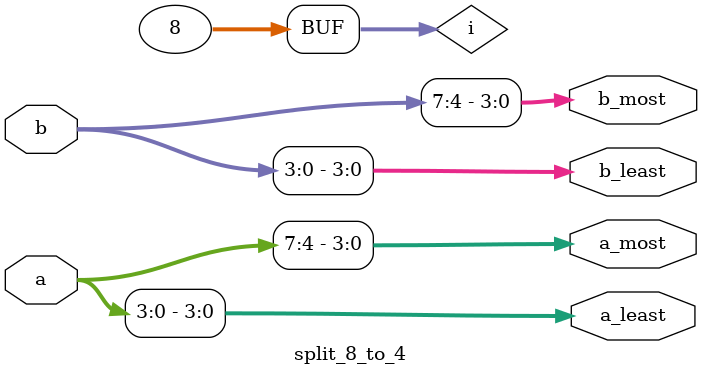
<source format=v>
`timescale 1ns / 1ps


module split_8_to_4(a, b, a_least, a_most, b_least, b_most);

input [7:0] a;
input [7:0] b;
output reg [3:0] a_least;
output reg [3:0] a_most;
output reg [3:0] b_least;
output reg [3:0] b_most;

integer i;

always @ (*)
begin
	for(i = 0; i < 8; i = i + 1)
	begin
		if(i < 4)
		begin
			a_least[i] = a[i];
			b_least[i] = b[i];
		end
		else
		begin
			a_most[i - 4] = a[i];
			b_most[i - 4] = b[i];
		end
	end
end
endmodule
</source>
